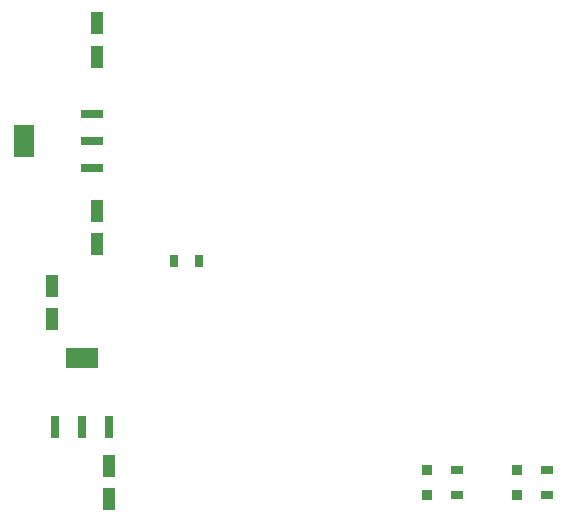
<source format=gbr>
G04 --- HEADER BEGIN --- *
%TF.GenerationSoftware,LibrePCB,LibrePCB,0.1.3*%
%TF.CreationDate,2019-12-12T00:41:35*%
%TF.ProjectId,Nixie Counter - default,cfaec193-39cb-4766-881d-db9368be8cff,v1*%
%TF.Part,Single*%
%FSLAX66Y66*%
%MOMM*%
G01*
G74*
G04 --- HEADER END --- *
G04 --- APERTURE LIST BEGIN --- *
%ADD10R,1.11X0.76*%
%ADD11R,1.08X1.93*%
%ADD12R,0.76X1.11*%
%ADD13R,2.82X1.72*%
%ADD14R,0.76X1.96*%
%ADD15R,0.96X0.96*%
%ADD16R,1.72X2.82*%
%ADD17R,1.96X0.76*%
G04 --- APERTURE LIST END --- *
G04 --- BOARD BEGIN --- *
D10*
X96520000Y19880000D03*
X96520000Y22030000D03*
D11*
X59450000Y22365264D03*
X59450000Y19545264D03*
D12*
X64886456Y39688000D03*
X67036456Y39688000D03*
D13*
X57150720Y31475360D03*
D14*
X54850720Y25675360D03*
X57150720Y25675360D03*
X59450720Y25675360D03*
D15*
X93980000Y22005000D03*
X93980000Y19905000D03*
D10*
X88900000Y19880000D03*
X88900000Y22030000D03*
D16*
X52186250Y49847500D03*
D17*
X57986250Y47547500D03*
X57986250Y49847500D03*
X57986250Y52147500D03*
D11*
X58420736Y43955544D03*
X58420736Y41135544D03*
D15*
X86360000Y22005000D03*
X86360000Y19905000D03*
D11*
X58420736Y57010736D03*
X58420736Y59830736D03*
X54610688Y34785448D03*
X54610688Y37605448D03*
G04 --- BOARD END --- *
%TF.MD5,a5712222ac6d15809ed5700e1f6a07e3*%
M02*

</source>
